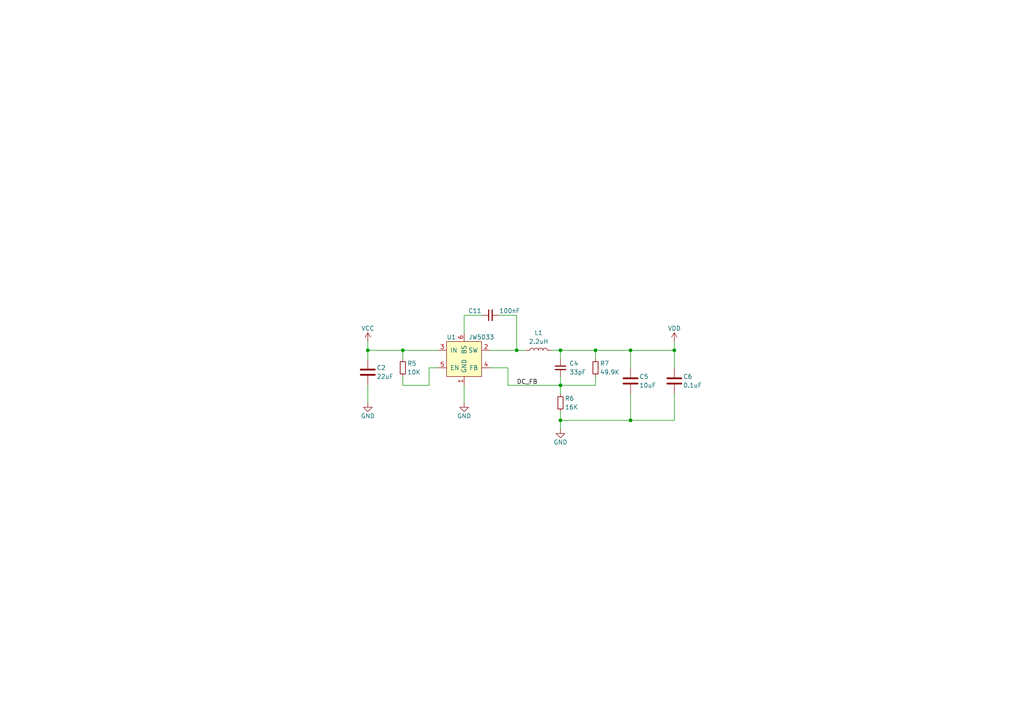
<source format=kicad_sch>
(kicad_sch (version 20250114) (generator "eeschema") (generator_version "9.0")
  (paper "A4")
  (lib_symbols
    (symbol "Append_Power IC:JW5033" (pin_names (offset 1.016))
      (property "Reference" "U" (at 2.54 8.89 0))
      (property "Value" "JW5033" (at 2.54 6.35 0))
      (symbol "JW5033_0_1"
        (rectangle (start -5.08 5.08) (end 5.08 -5.08) (fill (type background)))
      )
      (symbol "JW5033_1_1"
        (pin power_in line (at -7.62 2.54 0) (length 2.54) (name "IN") (number "3"))
        (pin input line (at -7.62 -2.54 0) (length 2.54) (name "EN") (number "5"))
        (pin input line (at 0 7.62 270) (length 2.54) (name "BS") (number "6"))
        (pin power_in line (at 0 -7.62 90) (length 2.54) (name "GND") (number "1"))
        (pin power_out line (at 7.62 2.54 180) (length 2.54) (name "SW") (number "2"))
        (pin input line (at 7.62 -2.54 180) (length 2.54) (name "FB") (number "4"))
      )
    )
    (symbol "Device:C" (pin_numbers (hide yes)) (pin_names (offset 0.254))
      (property "Reference" "C" (at 0.635 2.54 0))
      (property "Value" "C" (at 0.635 -2.54 0))
      (symbol "C_0_1"
        (polyline (pts (xy -2.032 0.762) (xy 2.032 0.762)) (stroke (width 0.508)))
        (polyline (pts (xy -2.032 -0.762) (xy 2.032 -0.762)) (stroke (width 0.508)))
      )
      (symbol "C_1_1"
        (pin passive line (at 0 3.81 270) (length 2.794) (name "~") (number "1"))
        (pin passive line (at 0 -3.81 90) (length 2.794) (name "~") (number "2"))
      )
    )
    (symbol "Device:C_Small" (pin_numbers (hide yes)) (pin_names (offset 0.254) (hide yes))
      (property "Reference" "C" (at 0.254 1.778 0))
      (property "Value" "C_Small" (at 0.254 -2.032 0))
      (symbol "C_Small_0_1"
        (polyline (pts (xy -1.524 0.508) (xy 1.524 0.508)) (stroke (width 0.3048)))
        (polyline (pts (xy -1.524 -0.508) (xy 1.524 -0.508)) (stroke (width 0.3302)))
      )
      (symbol "C_Small_1_1"
        (pin passive line (at 0 2.54 270) (length 2.032) (name "~") (number "1"))
        (pin passive line (at 0 -2.54 90) (length 2.032) (name "~") (number "2"))
      )
    )
    (symbol "Device:L" (pin_numbers (hide yes)) (pin_names (offset 1.016) (hide yes))
      (property "Reference" "L" (at -1.27 0 90))
      (property "Value" "L" (at 1.905 0 90))
      (symbol "L_0_1"
        (arc (start 0 2.54) (mid 0.6323 1.905) (end 0 1.27))
        (arc (start 0 1.27) (mid 0.6323 0.635) (end 0 0))
        (arc (start 0 0) (mid 0.6323 -0.635) (end 0 -1.27))
        (arc (start 0 -1.27) (mid 0.6323 -1.905) (end 0 -2.54))
      )
      (symbol "L_1_1"
        (pin passive line (at 0 3.81 270) (length 1.27) (name "1") (number "1"))
        (pin passive line (at 0 -3.81 90) (length 1.27) (name "2") (number "2"))
      )
    )
    (symbol "Device:R_Small" (pin_numbers (hide yes)) (pin_names (offset 0.254) (hide yes))
      (property "Reference" "R" (at 0.762 0.508 0))
      (property "Value" "R_Small" (at 0.762 -1.016 0))
      (symbol "R_Small_0_1"
        (rectangle (start -0.762 1.778) (end 0.762 -1.778) (stroke (width 0.2032)))
      )
      (symbol "R_Small_1_1"
        (pin passive line (at 0 2.54 270) (length 0.762) (name "~") (number "1"))
        (pin passive line (at 0 -2.54 90) (length 0.762) (name "~") (number "2"))
      )
    )
    (symbol "power:GND" (power) (pin_numbers (hide yes)) (pin_names (offset 0) (hide yes))
      (property "Value" "GND" (at 0 -3.81 0))
      (symbol "GND_0_1"
        (polyline (pts (xy 0 0) (xy 0 -1.27) (xy 1.27 -1.27) (xy 0 -2.54) (xy -1.27 -1.27) (xy 0 -1.27)))
      )
      (symbol "GND_1_1"
        (pin power_in line (at 0 0 270) (length 0) (name "~") (number "1"))
      )
    )
    (symbol "power:VCC" (power) (pin_numbers (hide yes)) (pin_names (offset 0) (hide yes))
      (property "Value" "VCC" (at 0 3.556 0))
      (symbol "VCC_0_1"
        (polyline (pts (xy -0.762 1.27) (xy 0 2.54)))
        (polyline (pts (xy 0 2.54) (xy 0.762 1.27)))
        (polyline (pts (xy 0 0) (xy 0 2.54)))
      )
      (symbol "VCC_1_1"
        (pin power_in line (at 0 0 90) (length 0) (name "~") (number "1"))
      )
    )
    (symbol "power:VDD" (power) (pin_numbers (hide yes)) (pin_names (offset 0) (hide yes))
      (property "Value" "VDD" (at 0 3.556 0))
      (symbol "VDD_0_1"
        (polyline (pts (xy -0.762 1.27) (xy 0 2.54)))
        (polyline (pts (xy 0 2.54) (xy 0.762 1.27)))
        (polyline (pts (xy 0 0) (xy 0 2.54)))
      )
      (symbol "VDD_1_1"
        (pin power_in line (at 0 0 90) (length 0) (name "~") (number "1"))
      )
    )
  )
  (junction (at 116.84 101.6))
  (junction (at 182.88 101.6))
  (junction (at 106.68 101.6))
  (junction (at 172.72 101.6))
  (junction (at 162.56 101.6))
  (junction (at 182.88 121.92))
  (junction (at 162.56 121.92))
  (junction (at 162.56 111.76))
  (junction (at 149.86 101.6))
  (junction (at 195.58 101.6))
  (wire (pts (xy 106.68 99.06) (xy 106.68 101.6)))
  (wire (pts (xy 124.46 106.68) (xy 124.46 111.76)))
  (wire (pts (xy 182.88 106.68) (xy 182.88 101.6)))
  (wire (pts (xy 147.32 106.68) (xy 147.32 111.76)))
  (wire (pts (xy 172.72 111.76) (xy 162.56 111.76)))
  (wire (pts (xy 116.84 111.76) (xy 116.84 109.22)))
  (wire (pts (xy 116.84 104.14) (xy 116.84 101.6)))
  (wire (pts (xy 134.62 91.44) (xy 134.62 96.52)))
  (wire (pts (xy 182.88 101.6) (xy 172.72 101.6)))
  (wire (pts (xy 144.78 91.44) (xy 149.86 91.44)))
  (wire (pts (xy 124.46 111.76) (xy 116.84 111.76)))
  (wire (pts (xy 195.58 99.06) (xy 195.58 101.6)))
  (wire (pts (xy 106.68 104.14) (xy 106.68 101.6)))
  (wire (pts (xy 134.62 91.44) (xy 139.7 91.44)))
  (wire (pts (xy 149.86 91.44) (xy 149.86 101.6)))
  (wire (pts (xy 195.58 121.92) (xy 182.88 121.92)))
  (wire (pts (xy 172.72 101.6) (xy 162.56 101.6)))
  (wire (pts (xy 195.58 106.68) (xy 195.58 101.6)))
  (wire (pts (xy 134.62 111.76) (xy 134.62 116.84)))
  (wire (pts (xy 116.84 101.6) (xy 127 101.6)))
  (wire (pts (xy 182.88 114.3) (xy 182.88 121.92)))
  (wire (pts (xy 106.68 111.76) (xy 106.68 116.84)))
  (wire (pts (xy 195.58 101.6) (xy 182.88 101.6)))
  (wire (pts (xy 162.56 104.14) (xy 162.56 101.6)))
  (wire (pts (xy 142.24 101.6) (xy 149.86 101.6)))
  (wire (pts (xy 127 106.68) (xy 124.46 106.68)))
  (wire (pts (xy 106.68 101.6) (xy 116.84 101.6)))
  (wire (pts (xy 149.86 101.6) (xy 152.4 101.6)))
  (wire (pts (xy 172.72 109.22) (xy 172.72 111.76)))
  (wire (pts (xy 147.32 111.76) (xy 162.56 111.76)))
  (wire (pts (xy 162.56 101.6) (xy 160.02 101.6)))
  (wire (pts (xy 162.56 119.38) (xy 162.56 121.92)))
  (wire (pts (xy 162.56 111.76) (xy 162.56 114.3)))
  (wire (pts (xy 162.56 121.92) (xy 162.56 124.46)))
  (wire (pts (xy 162.56 109.22) (xy 162.56 111.76)))
  (wire (pts (xy 195.58 114.3) (xy 195.58 121.92)))
  (wire (pts (xy 182.88 121.92) (xy 162.56 121.92)))
  (wire (pts (xy 172.72 104.14) (xy 172.72 101.6)))
  (wire (pts (xy 142.24 106.68) (xy 147.32 106.68)))
  (label "DC_FB" (at 149.86 111.76 0))
  (symbol (lib_id "power:VDD") (at 195.58 99.06 0) (unit 1)
    (property "Reference" "#PWR0137" (effects (hide yes)))
    (property "Value" "VDD" (at 195.58 95.25 0))
    (property "Description" "Power symbol creates a global label with name \"VDD\"" (effects (hide yes)))
  )
  (symbol (lib_id "Append_Power IC:JW5033") (at 134.62 104.14 0) (unit 1)
    (property "Reference" "U1" (at 129.54 97.79 0) (effects (justify left)))
    (property "Value" "JW5033" (at 135.89 97.79 0) (effects (justify left)))
  )
  (symbol (lib_id "power:GND") (at 106.68 116.84 0) (unit 1)
    (property "Reference" "#PWR0139" (effects (hide yes)))
    (property "Value" "GND" (at 106.68 120.65 0))
    (property "Description" "Power symbol creates a global label with name \"GND\" , ground" (effects (hide yes)))
  )
  (symbol (lib_id "Device:R_Small") (at 172.72 106.68 0) (unit 1)
    (property "Reference" "R7" (at 173.99 105.41 0) (effects (justify left)))
    (property "Value" "49.9K" (at 173.99 107.95 0) (effects (justify left)))
    (property "Footprint" "Resistor_SMD:R_0603_1608Metric" (effects (hide yes)))
    (property "Description" "Resistor, small symbol" (effects (hide yes)))
  )
  (symbol (lib_id "power:GND") (at 134.62 116.84 0) (unit 1)
    (property "Reference" "#PWR0140" (effects (hide yes)))
    (property "Value" "GND" (at 134.62 120.65 0))
    (property "Description" "Power symbol creates a global label with name \"GND\" , ground" (effects (hide yes)))
  )
  (symbol (lib_id "Device:C_Small") (at 142.24 91.44 90) (unit 1)
    (property "Reference" "C11" (at 139.7 90.17 90) (effects (justify left)))
    (property "Value" "100nF" (at 144.78 90.17 90) (effects (justify right)))
    (property "Description" "Unpolarized capacitor, small symbol" (effects (hide yes)))
  )
  (symbol (lib_id "Device:R_Small") (at 162.56 116.84 0) (unit 1)
    (property "Reference" "R6" (at 163.83 115.57 0) (effects (justify left)))
    (property "Value" "16K" (at 163.83 118.11 0) (effects (justify left)))
    (property "Footprint" "Resistor_SMD:R_0603_1608Metric" (effects (hide yes)))
    (property "Description" "Resistor, small symbol" (effects (hide yes)))
  )
  (symbol (lib_id "power:GND") (at 162.56 124.46 0) (unit 1)
    (property "Reference" "#PWR0136" (effects (hide yes)))
    (property "Value" "GND" (at 162.56 128.27 0))
    (property "Description" "Power symbol creates a global label with name \"GND\" , ground" (effects (hide yes)))
  )
  (symbol (lib_id "Device:C") (at 182.88 110.49 0) (unit 1)
    (property "Reference" "C5" (at 185.42 109.22 0) (effects (justify left)))
    (property "Value" "10uF" (at 185.42 111.76 0) (effects (justify left)))
    (property "Footprint" "Capacitor_SMD:C_0805_2012Metric" (effects (hide yes)))
    (property "Description" "Unpolarized capacitor" (effects (hide yes)))
  )
  (symbol (lib_id "Device:R_Small") (at 116.84 106.68 0) (unit 1)
    (property "Reference" "R5" (at 118.11 105.41 0) (effects (justify left)))
    (property "Value" "10K" (at 118.11 107.95 0) (effects (justify left)))
    (property "Footprint" "Resistor_SMD:R_0603_1608Metric" (effects (hide yes)))
    (property "Description" "Resistor, small symbol" (effects (hide yes)))
  )
  (symbol (lib_id "Device:C_Small") (at 162.56 106.68 0) (unit 1)
    (property "Reference" "C4" (at 165.1 105.4162 0) (effects (justify left)))
    (property "Value" "33pF" (at 165.1 107.9562 0) (effects (justify left)))
    (property "Footprint" "Capacitor_SMD:C_0201_0603Metric" (effects (hide yes)))
    (property "Description" "Unpolarized capacitor, small symbol" (effects (hide yes)))
  )
  (symbol (lib_id "Device:L") (at 156.21 101.6 90) (unit 1)
    (property "Reference" "L1" (at 156.21 96.52 90))
    (property "Value" "2.2uH" (at 156.21 99.06 90))
    (property "Footprint" "Inductor_SMD:L_Cenker_CKCS3012" (effects (hide yes)))
    (property "Description" "Inductor" (effects (hide yes)))
  )
  (symbol (lib_id "power:VCC") (at 106.68 99.06 0) (unit 1)
    (property "Reference" "#PWR0138" (effects (hide yes)))
    (property "Value" "VCC" (at 106.68 95.25 0))
    (property "Description" "Power symbol creates a global label with name \"VCC\"" (effects (hide yes)))
  )
  (symbol (lib_id "Device:C") (at 195.58 110.49 0) (unit 1)
    (property "Reference" "C6" (at 198.12 109.22 0) (effects (justify left)))
    (property "Value" "0.1uF" (at 198.12 111.76 0) (effects (justify left)))
    (property "Footprint" "Capacitor_SMD:C_0805_2012Metric" (effects (hide yes)))
    (property "Description" "Unpolarized capacitor" (effects (hide yes)))
  )
  (symbol (lib_id "Device:C") (at 106.68 107.95 0) (unit 1)
    (property "Reference" "C2" (at 109.22 106.68 0) (effects (justify left)))
    (property "Value" "22uF" (at 109.22 109.22 0) (effects (justify left)))
    (property "Footprint" "Capacitor_SMD:C_0805_2012Metric" (effects (hide yes)))
    (property "Description" "Unpolarized capacitor" (effects (hide yes)))
  )
)
</source>
